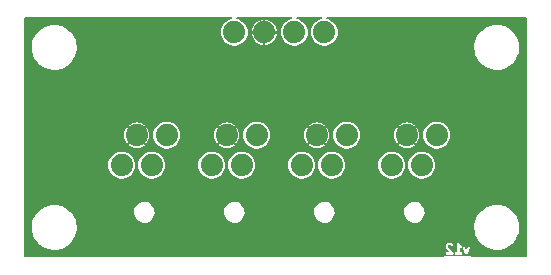
<source format=gbl>
%TF.GenerationSoftware,KiCad,Pcbnew,7.0.6*%
%TF.CreationDate,2023-12-29T14:00:24-07:00*%
%TF.ProjectId,SparkFun_RGB_CBI_Example,53706172-6b46-4756-9e5f-5247425f4342,rev?*%
%TF.SameCoordinates,Original*%
%TF.FileFunction,Copper,L2,Bot*%
%TF.FilePolarity,Positive*%
%FSLAX46Y46*%
G04 Gerber Fmt 4.6, Leading zero omitted, Abs format (unit mm)*
G04 Created by KiCad (PCBNEW 7.0.6) date 2023-12-29 14:00:24*
%MOMM*%
%LPD*%
G01*
G04 APERTURE LIST*
%ADD10C,0.200000*%
%TA.AperFunction,ComponentPad*%
%ADD11C,1.879600*%
%TD*%
G04 APERTURE END LIST*
D10*
G36*
X37846205Y116794D02*
G01*
X35555008Y116794D01*
X35555008Y902509D01*
X35669294Y902509D01*
X35674302Y887094D01*
X35674426Y870886D01*
X35712521Y756600D01*
X35726211Y738054D01*
X35736678Y717512D01*
X36023110Y431080D01*
X35769294Y431080D01*
X35710515Y411982D01*
X35674188Y361982D01*
X35674188Y300178D01*
X35710515Y250178D01*
X35769294Y231080D01*
X36264532Y231080D01*
X36286799Y238316D01*
X36309931Y241979D01*
X36315636Y247685D01*
X36323311Y250178D01*
X36337076Y269125D01*
X36353633Y285681D01*
X36354895Y293651D01*
X36359638Y300178D01*
X36436093Y300178D01*
X36472420Y250178D01*
X36531199Y231080D01*
X36988342Y231080D01*
X37047121Y250178D01*
X37083448Y300178D01*
X37083448Y361982D01*
X37047121Y411982D01*
X36988342Y431080D01*
X36859770Y431080D01*
X36859770Y858706D01*
X36867430Y851161D01*
X36943621Y813066D01*
X37004736Y803861D01*
X37059588Y832337D01*
X37087227Y887616D01*
X37086406Y892558D01*
X37159050Y892558D01*
X37160834Y830780D01*
X37351311Y297447D01*
X37368506Y275161D01*
X37384396Y251908D01*
X37387228Y250897D01*
X37389066Y248515D01*
X37416077Y240594D01*
X37442599Y231121D01*
X37445486Y231968D01*
X37448371Y231122D01*
X37474869Y240586D01*
X37501904Y248515D01*
X37503742Y250898D01*
X37506574Y251909D01*
X37522456Y275152D01*
X37539659Y297446D01*
X37730135Y830780D01*
X37731919Y892558D01*
X37697050Y943586D01*
X37638847Y964373D01*
X37579542Y946979D01*
X37541787Y898048D01*
X37445484Y628402D01*
X37349182Y898048D01*
X37311427Y946979D01*
X37252122Y964373D01*
X37193919Y943586D01*
X37159050Y892558D01*
X37086406Y892558D01*
X37077096Y948584D01*
X37033063Y991952D01*
X36971386Y1022791D01*
X36913675Y1080501D01*
X36842975Y1186551D01*
X36841322Y1187857D01*
X36840672Y1189859D01*
X36817223Y1206895D01*
X36794479Y1224864D01*
X36792374Y1224949D01*
X36790672Y1226186D01*
X36761693Y1226186D01*
X36732726Y1227354D01*
X36730974Y1226186D01*
X36728868Y1226186D01*
X36705415Y1209147D01*
X36681302Y1193071D01*
X36680571Y1191097D01*
X36678868Y1189859D01*
X36669913Y1162298D01*
X36659851Y1135110D01*
X36660420Y1133083D01*
X36659770Y1131080D01*
X36659770Y431080D01*
X36531199Y431080D01*
X36472420Y411982D01*
X36436093Y361982D01*
X36436093Y300178D01*
X36359638Y300178D01*
X36359638Y323592D01*
X36363302Y346723D01*
X36359638Y353914D01*
X36359638Y361982D01*
X36345874Y380927D01*
X36335243Y401791D01*
X35894791Y842243D01*
X35869294Y918736D01*
X35869294Y955093D01*
X35889574Y995654D01*
X35904719Y1010800D01*
X35945282Y1031080D01*
X36088544Y1031080D01*
X36129105Y1010800D01*
X36155727Y984179D01*
X36210795Y956121D01*
X36271837Y965790D01*
X36315539Y1009492D01*
X36325206Y1070535D01*
X36297147Y1125602D01*
X36259051Y1163697D01*
X36244608Y1171056D01*
X36233062Y1182428D01*
X36156872Y1220523D01*
X36134074Y1223957D01*
X36112151Y1231080D01*
X35921675Y1231080D01*
X35899751Y1223957D01*
X35876954Y1220523D01*
X35800763Y1182428D01*
X35789213Y1171054D01*
X35774773Y1163695D01*
X35736678Y1125601D01*
X35729319Y1111159D01*
X35717946Y1099611D01*
X35679851Y1023420D01*
X35676417Y1000623D01*
X35669294Y978699D01*
X35669294Y902509D01*
X35555008Y902509D01*
X35555008Y1345366D01*
X37846205Y1345366D01*
X37846205Y116794D01*
G37*
D11*
%TO.P,D4,1,DIN*%
%TO.N,Net-(D3-DOUT)*%
X12065000Y10350000D03*
%TO.P,D4,2,VDD*%
%TO.N,5V*%
X10795000Y7810000D03*
%TO.P,D4,3,VSS*%
%TO.N,GND*%
X9525000Y10350000D03*
%TO.P,D4,4,DOUT*%
%TO.N,DOUT*%
X8255000Y7810000D03*
%TD*%
%TO.P,D1,1,DIN*%
%TO.N,DIN*%
X34925000Y10350000D03*
%TO.P,D1,2,VDD*%
%TO.N,5V*%
X33655000Y7810000D03*
%TO.P,D1,3,VSS*%
%TO.N,GND*%
X32385000Y10350000D03*
%TO.P,D1,4,DOUT*%
%TO.N,Net-(D1-DOUT)*%
X31115000Y7810000D03*
%TD*%
%TO.P,D3,1,DIN*%
%TO.N,Net-(D2-DOUT)*%
X19685000Y10350000D03*
%TO.P,D3,2,VDD*%
%TO.N,5V*%
X18415000Y7810000D03*
%TO.P,D3,3,VSS*%
%TO.N,GND*%
X17145000Y10350000D03*
%TO.P,D3,4,DOUT*%
%TO.N,Net-(D3-DOUT)*%
X15875000Y7810000D03*
%TD*%
%TO.P,J1,4,Pin_4*%
%TO.N,DIN*%
X25400000Y19050000D03*
%TO.P,J1,3,Pin_3*%
%TO.N,5V*%
X22860000Y19050000D03*
%TO.P,J1,2,Pin_2*%
%TO.N,GND*%
X20320000Y19050000D03*
%TO.P,J1,1,Pin_1*%
%TO.N,DOUT*%
X17780000Y19050000D03*
%TD*%
%TO.P,D2,1,DIN*%
%TO.N,Net-(D1-DOUT)*%
X27305000Y10350000D03*
%TO.P,D2,2,VDD*%
%TO.N,5V*%
X26035000Y7810000D03*
%TO.P,D2,3,VSS*%
%TO.N,GND*%
X24765000Y10350000D03*
%TO.P,D2,4,DOUT*%
%TO.N,Net-(D2-DOUT)*%
X23495000Y7810000D03*
%TD*%
%TA.AperFunction,Conductor*%
%TO.N,GND*%
G36*
X17602296Y20301907D02*
G01*
X17628016Y20257358D01*
X17619083Y20206700D01*
X17579678Y20173635D01*
X17567779Y20170381D01*
X17504958Y20158638D01*
X17466604Y20151468D01*
X17269544Y20075127D01*
X17269543Y20075127D01*
X17089869Y19963876D01*
X16933697Y19821506D01*
X16933694Y19821503D01*
X16806341Y19652859D01*
X16712150Y19463697D01*
X16712144Y19463681D01*
X16654315Y19260436D01*
X16654314Y19260427D01*
X16634815Y19050003D01*
X16634815Y19049998D01*
X16639486Y18999592D01*
X16654193Y18840874D01*
X16654314Y18839574D01*
X16654315Y18839565D01*
X16712144Y18636320D01*
X16712150Y18636304D01*
X16806341Y18447142D01*
X16933694Y18278498D01*
X16933697Y18278495D01*
X17089869Y18136125D01*
X17089871Y18136124D01*
X17089872Y18136123D01*
X17105727Y18126306D01*
X17269543Y18024874D01*
X17269545Y18024874D01*
X17269547Y18024872D01*
X17466605Y17948532D01*
X17674336Y17909700D01*
X17674340Y17909700D01*
X17885660Y17909700D01*
X17885664Y17909700D01*
X18093395Y17948532D01*
X18290453Y18024872D01*
X18470128Y18136123D01*
X18626302Y18278494D01*
X18753656Y18447138D01*
X18847853Y18636311D01*
X18905686Y18839573D01*
X18915770Y18948400D01*
X19258045Y18948400D01*
X19268634Y18840874D01*
X19329637Y18639775D01*
X19428693Y18454455D01*
X19428701Y18454443D01*
X19562007Y18292008D01*
X19724442Y18158702D01*
X19724454Y18158694D01*
X19909774Y18059638D01*
X19909773Y18059638D01*
X20110873Y17998635D01*
X20218400Y17988046D01*
X20218400Y18551384D01*
X20283666Y18542000D01*
X20356334Y18542000D01*
X20421600Y18551384D01*
X20421600Y17988046D01*
X20529126Y17998635D01*
X20730225Y18059638D01*
X20915545Y18158694D01*
X20915557Y18158702D01*
X21077992Y18292008D01*
X21211298Y18454443D01*
X21211306Y18454455D01*
X21310362Y18639775D01*
X21371365Y18840874D01*
X21381955Y18948400D01*
X20819614Y18948400D01*
X20828000Y18976961D01*
X20828000Y19123039D01*
X20819614Y19151600D01*
X21381955Y19151600D01*
X21371365Y19259127D01*
X21310362Y19460226D01*
X21211306Y19645546D01*
X21211298Y19645558D01*
X21077992Y19807993D01*
X20915557Y19941299D01*
X20915545Y19941307D01*
X20730225Y20040363D01*
X20730226Y20040363D01*
X20529126Y20101366D01*
X20421600Y20111956D01*
X20421600Y19548617D01*
X20356334Y19558000D01*
X20283666Y19558000D01*
X20218400Y19548617D01*
X20218400Y20111956D01*
X20218399Y20111956D01*
X20110874Y20101366D01*
X20110872Y20101366D01*
X19909774Y20040363D01*
X19724454Y19941307D01*
X19724442Y19941299D01*
X19562007Y19807993D01*
X19428701Y19645558D01*
X19428693Y19645546D01*
X19329637Y19460226D01*
X19268634Y19259127D01*
X19258045Y19151600D01*
X19820386Y19151600D01*
X19812000Y19123039D01*
X19812000Y18976961D01*
X19820386Y18948400D01*
X19258045Y18948400D01*
X18915770Y18948400D01*
X18925185Y19050000D01*
X18905686Y19260427D01*
X18905684Y19260433D01*
X18905684Y19260436D01*
X18853843Y19442637D01*
X18847853Y19463689D01*
X18800892Y19558000D01*
X18753658Y19652859D01*
X18732029Y19681500D01*
X18636507Y19807993D01*
X18626305Y19821503D01*
X18626302Y19821506D01*
X18470130Y19963876D01*
X18290456Y20075127D01*
X18093395Y20151468D01*
X18093394Y20151468D01*
X17992223Y20170381D01*
X17947942Y20196556D01*
X17930846Y20245072D01*
X17948935Y20293226D01*
X17993745Y20318488D01*
X18006042Y20319500D01*
X22633958Y20319500D01*
X22682296Y20301907D01*
X22708016Y20257358D01*
X22699083Y20206700D01*
X22659678Y20173635D01*
X22647779Y20170381D01*
X22584958Y20158638D01*
X22546604Y20151468D01*
X22349544Y20075127D01*
X22349543Y20075127D01*
X22169869Y19963876D01*
X22013697Y19821506D01*
X22013694Y19821503D01*
X21886341Y19652859D01*
X21792150Y19463697D01*
X21792144Y19463681D01*
X21734315Y19260436D01*
X21734314Y19260427D01*
X21714815Y19050003D01*
X21714815Y19049998D01*
X21719486Y18999592D01*
X21734193Y18840874D01*
X21734314Y18839574D01*
X21734315Y18839565D01*
X21792144Y18636320D01*
X21792150Y18636304D01*
X21886341Y18447142D01*
X22013694Y18278498D01*
X22013697Y18278495D01*
X22169869Y18136125D01*
X22169871Y18136124D01*
X22169872Y18136123D01*
X22185727Y18126306D01*
X22349543Y18024874D01*
X22349545Y18024874D01*
X22349547Y18024872D01*
X22546605Y17948532D01*
X22754336Y17909700D01*
X22754340Y17909700D01*
X22965660Y17909700D01*
X22965664Y17909700D01*
X23173395Y17948532D01*
X23370453Y18024872D01*
X23550128Y18136123D01*
X23706302Y18278494D01*
X23833656Y18447138D01*
X23927853Y18636311D01*
X23985686Y18839573D01*
X24005185Y19050000D01*
X23985686Y19260427D01*
X23985684Y19260433D01*
X23985684Y19260436D01*
X23933843Y19442637D01*
X23927853Y19463689D01*
X23880892Y19558000D01*
X23833658Y19652859D01*
X23812029Y19681500D01*
X23716507Y19807993D01*
X23706305Y19821503D01*
X23706302Y19821506D01*
X23550130Y19963876D01*
X23370456Y20075127D01*
X23173395Y20151468D01*
X23173394Y20151468D01*
X23072223Y20170381D01*
X23027942Y20196556D01*
X23010846Y20245072D01*
X23028935Y20293226D01*
X23073745Y20318488D01*
X23086042Y20319500D01*
X25173958Y20319500D01*
X25222296Y20301907D01*
X25248016Y20257358D01*
X25239083Y20206700D01*
X25199678Y20173635D01*
X25187779Y20170381D01*
X25124958Y20158638D01*
X25086604Y20151468D01*
X24889544Y20075127D01*
X24889543Y20075127D01*
X24709869Y19963876D01*
X24553697Y19821506D01*
X24553694Y19821503D01*
X24426341Y19652859D01*
X24332150Y19463697D01*
X24332144Y19463681D01*
X24274315Y19260436D01*
X24274314Y19260427D01*
X24254815Y19050003D01*
X24254815Y19049998D01*
X24259486Y18999592D01*
X24274193Y18840874D01*
X24274314Y18839574D01*
X24274315Y18839565D01*
X24332144Y18636320D01*
X24332150Y18636304D01*
X24426341Y18447142D01*
X24553694Y18278498D01*
X24553697Y18278495D01*
X24709869Y18136125D01*
X24709871Y18136124D01*
X24709872Y18136123D01*
X24725727Y18126306D01*
X24889543Y18024874D01*
X24889545Y18024874D01*
X24889547Y18024872D01*
X25086605Y17948532D01*
X25294336Y17909700D01*
X25294340Y17909700D01*
X25505660Y17909700D01*
X25505664Y17909700D01*
X25713395Y17948532D01*
X25910453Y18024872D01*
X26090128Y18136123D01*
X26246302Y18278494D01*
X26373656Y18447138D01*
X26467853Y18636311D01*
X26525686Y18839573D01*
X26545185Y19050000D01*
X26525686Y19260427D01*
X26525684Y19260433D01*
X26525684Y19260436D01*
X26473843Y19442637D01*
X26467853Y19463689D01*
X26420892Y19558000D01*
X26373658Y19652859D01*
X26352029Y19681500D01*
X26256507Y19807993D01*
X26246305Y19821503D01*
X26246302Y19821506D01*
X26090130Y19963876D01*
X25910456Y20075127D01*
X25713395Y20151468D01*
X25713394Y20151468D01*
X25612223Y20170381D01*
X25567942Y20196556D01*
X25550846Y20245072D01*
X25568935Y20293226D01*
X25613745Y20318488D01*
X25626042Y20319500D01*
X42469300Y20319500D01*
X42517638Y20301907D01*
X42543358Y20257358D01*
X42544500Y20244300D01*
X42544500Y75700D01*
X42526907Y27362D01*
X42482358Y1642D01*
X42469300Y500D01*
X37901500Y500D01*
X37853162Y18093D01*
X37827442Y62642D01*
X37836375Y113300D01*
X37841143Y119514D01*
X37841143Y1339090D01*
X35561284Y1339090D01*
X35561284Y113471D01*
X35575841Y82254D01*
X35562527Y32567D01*
X35520390Y3062D01*
X35500927Y500D01*
X75700Y500D01*
X27362Y18093D01*
X1642Y62642D01*
X500Y75700D01*
X500Y2470368D01*
X634686Y2470368D01*
X665129Y2193691D01*
X735531Y1924401D01*
X844393Y1668227D01*
X844395Y1668224D01*
X989388Y1430643D01*
X989394Y1430634D01*
X1167438Y1216692D01*
X1167442Y1216688D01*
X1374745Y1030944D01*
X1606883Y877363D01*
X1858909Y759218D01*
X2125451Y679027D01*
X2400828Y638500D01*
X2400832Y638500D01*
X2609493Y638500D01*
X2817592Y653731D01*
X2817594Y653732D01*
X2817601Y653732D01*
X3089286Y714252D01*
X3349263Y813685D01*
X3591993Y949911D01*
X3812301Y1120028D01*
X4005492Y1320408D01*
X4167449Y1546782D01*
X4294719Y1794325D01*
X4384591Y2057761D01*
X4435148Y2331474D01*
X4440224Y2470368D01*
X38099686Y2470368D01*
X38130129Y2193691D01*
X38200531Y1924401D01*
X38309393Y1668227D01*
X38309395Y1668224D01*
X38454388Y1430643D01*
X38454394Y1430634D01*
X38632438Y1216692D01*
X38632442Y1216688D01*
X38839745Y1030944D01*
X39071883Y877363D01*
X39323909Y759218D01*
X39590451Y679027D01*
X39865828Y638500D01*
X39865832Y638500D01*
X40074493Y638500D01*
X40282592Y653731D01*
X40282594Y653732D01*
X40282601Y653732D01*
X40554286Y714252D01*
X40814263Y813685D01*
X41056993Y949911D01*
X41277301Y1120028D01*
X41470492Y1320408D01*
X41632449Y1546782D01*
X41759719Y1794325D01*
X41849591Y2057761D01*
X41900148Y2331474D01*
X41910314Y2609632D01*
X41879871Y2886306D01*
X41809469Y3155599D01*
X41700607Y3411772D01*
X41555607Y3649364D01*
X41555605Y3649367D01*
X41377561Y3863309D01*
X41377557Y3863313D01*
X41170257Y4049054D01*
X41170255Y4049056D01*
X41015496Y4151444D01*
X40938116Y4202638D01*
X40686089Y4320783D01*
X40534246Y4366466D01*
X40419549Y4400973D01*
X40247672Y4426268D01*
X40144173Y4441500D01*
X40144172Y4441500D01*
X39935511Y4441500D01*
X39935507Y4441500D01*
X39727407Y4426270D01*
X39455709Y4365747D01*
X39195739Y4266316D01*
X39195735Y4266314D01*
X38953010Y4130092D01*
X38732699Y3959973D01*
X38539512Y3759597D01*
X38539504Y3759587D01*
X38377553Y3533223D01*
X38250278Y3285670D01*
X38160410Y3022247D01*
X38160408Y3022237D01*
X38109852Y2748529D01*
X38099686Y2470372D01*
X38099686Y2470368D01*
X4440224Y2470368D01*
X4445314Y2609632D01*
X4414871Y2886306D01*
X4344469Y3155599D01*
X4235607Y3411772D01*
X4090607Y3649364D01*
X4090605Y3649367D01*
X3917244Y3857682D01*
X9280630Y3857682D01*
X9290939Y3667524D01*
X9341886Y3484034D01*
X9341888Y3484028D01*
X9431083Y3315788D01*
X9431087Y3315783D01*
X9554369Y3170643D01*
X9554371Y3170641D01*
X9574159Y3155599D01*
X9705971Y3055398D01*
X9878803Y2975438D01*
X10064784Y2934500D01*
X10064786Y2934500D01*
X10207463Y2934500D01*
X10207465Y2934500D01*
X10349316Y2949927D01*
X10529780Y3010733D01*
X10692954Y3108911D01*
X10831207Y3239871D01*
X10938075Y3397490D01*
X11008562Y3574398D01*
X11039370Y3762322D01*
X11034200Y3857682D01*
X16900630Y3857682D01*
X16910939Y3667524D01*
X16961886Y3484034D01*
X16961888Y3484028D01*
X17051083Y3315788D01*
X17051087Y3315783D01*
X17174369Y3170643D01*
X17174371Y3170641D01*
X17194159Y3155599D01*
X17325971Y3055398D01*
X17498803Y2975438D01*
X17684784Y2934500D01*
X17684786Y2934500D01*
X17827463Y2934500D01*
X17827465Y2934500D01*
X17969316Y2949927D01*
X18149780Y3010733D01*
X18312954Y3108911D01*
X18451207Y3239871D01*
X18558075Y3397490D01*
X18628562Y3574398D01*
X18659370Y3762322D01*
X18654200Y3857682D01*
X24520630Y3857682D01*
X24530939Y3667524D01*
X24581886Y3484034D01*
X24581888Y3484028D01*
X24671083Y3315788D01*
X24671087Y3315783D01*
X24794369Y3170643D01*
X24794371Y3170641D01*
X24814159Y3155599D01*
X24945971Y3055398D01*
X25118803Y2975438D01*
X25304784Y2934500D01*
X25304786Y2934500D01*
X25447463Y2934500D01*
X25447465Y2934500D01*
X25589316Y2949927D01*
X25769780Y3010733D01*
X25932954Y3108911D01*
X26071207Y3239871D01*
X26178075Y3397490D01*
X26248562Y3574398D01*
X26279370Y3762322D01*
X26274200Y3857682D01*
X32140630Y3857682D01*
X32150939Y3667524D01*
X32201886Y3484034D01*
X32201888Y3484028D01*
X32291083Y3315788D01*
X32291087Y3315783D01*
X32414369Y3170643D01*
X32414371Y3170641D01*
X32434159Y3155599D01*
X32565971Y3055398D01*
X32738803Y2975438D01*
X32924784Y2934500D01*
X32924786Y2934500D01*
X33067463Y2934500D01*
X33067465Y2934500D01*
X33209316Y2949927D01*
X33389780Y3010733D01*
X33552954Y3108911D01*
X33691207Y3239871D01*
X33798075Y3397490D01*
X33868562Y3574398D01*
X33899370Y3762322D01*
X33889061Y3952475D01*
X33838114Y4135967D01*
X33802768Y4202637D01*
X33748916Y4304213D01*
X33748912Y4304218D01*
X33696648Y4365748D01*
X33625631Y4449357D01*
X33625630Y4449358D01*
X33625628Y4449360D01*
X33474029Y4564602D01*
X33301199Y4644561D01*
X33301197Y4644562D01*
X33115216Y4685500D01*
X32972535Y4685500D01*
X32937918Y4681736D01*
X32830687Y4670074D01*
X32830684Y4670073D01*
X32650220Y4609268D01*
X32487047Y4511090D01*
X32487042Y4511086D01*
X32348792Y4380129D01*
X32348791Y4380127D01*
X32241927Y4222515D01*
X32241923Y4222506D01*
X32171437Y4045601D01*
X32140630Y3857684D01*
X32140630Y3857682D01*
X26274200Y3857682D01*
X26269061Y3952475D01*
X26218114Y4135967D01*
X26182768Y4202637D01*
X26128916Y4304213D01*
X26128912Y4304218D01*
X26076648Y4365748D01*
X26005631Y4449357D01*
X26005630Y4449358D01*
X26005628Y4449360D01*
X25854029Y4564602D01*
X25681199Y4644561D01*
X25681197Y4644562D01*
X25495216Y4685500D01*
X25352535Y4685500D01*
X25317918Y4681736D01*
X25210687Y4670074D01*
X25210684Y4670073D01*
X25030220Y4609268D01*
X24867047Y4511090D01*
X24867042Y4511086D01*
X24728792Y4380129D01*
X24728791Y4380127D01*
X24621927Y4222515D01*
X24621923Y4222506D01*
X24551437Y4045601D01*
X24520630Y3857684D01*
X24520630Y3857682D01*
X18654200Y3857682D01*
X18649061Y3952475D01*
X18598114Y4135967D01*
X18562768Y4202637D01*
X18508916Y4304213D01*
X18508912Y4304218D01*
X18456648Y4365748D01*
X18385631Y4449357D01*
X18385630Y4449358D01*
X18385628Y4449360D01*
X18234029Y4564602D01*
X18061199Y4644561D01*
X18061197Y4644562D01*
X17875216Y4685500D01*
X17732535Y4685500D01*
X17697918Y4681736D01*
X17590687Y4670074D01*
X17590684Y4670073D01*
X17410220Y4609268D01*
X17247047Y4511090D01*
X17247042Y4511086D01*
X17108792Y4380129D01*
X17108791Y4380127D01*
X17001927Y4222515D01*
X17001923Y4222506D01*
X16931437Y4045601D01*
X16900630Y3857684D01*
X16900630Y3857682D01*
X11034200Y3857682D01*
X11029061Y3952475D01*
X10978114Y4135967D01*
X10942768Y4202637D01*
X10888916Y4304213D01*
X10888912Y4304218D01*
X10836648Y4365748D01*
X10765631Y4449357D01*
X10765630Y4449358D01*
X10765628Y4449360D01*
X10614029Y4564602D01*
X10441199Y4644561D01*
X10441197Y4644562D01*
X10255216Y4685500D01*
X10112535Y4685500D01*
X10077918Y4681736D01*
X9970687Y4670074D01*
X9970684Y4670073D01*
X9790220Y4609268D01*
X9627047Y4511090D01*
X9627042Y4511086D01*
X9488792Y4380129D01*
X9488791Y4380127D01*
X9381927Y4222515D01*
X9381923Y4222506D01*
X9311437Y4045601D01*
X9280630Y3857684D01*
X9280630Y3857682D01*
X3917244Y3857682D01*
X3912561Y3863309D01*
X3912557Y3863313D01*
X3705257Y4049054D01*
X3705255Y4049056D01*
X3550496Y4151444D01*
X3473116Y4202638D01*
X3221089Y4320783D01*
X3069246Y4366466D01*
X2954549Y4400973D01*
X2782672Y4426268D01*
X2679173Y4441500D01*
X2679172Y4441500D01*
X2470511Y4441500D01*
X2470507Y4441500D01*
X2262407Y4426270D01*
X1990709Y4365747D01*
X1730739Y4266316D01*
X1730735Y4266314D01*
X1488010Y4130092D01*
X1267699Y3959973D01*
X1074512Y3759597D01*
X1074504Y3759587D01*
X912553Y3533223D01*
X785278Y3285670D01*
X695410Y3022247D01*
X695408Y3022237D01*
X644852Y2748529D01*
X634686Y2470372D01*
X634686Y2470368D01*
X500Y2470368D01*
X500Y7809998D01*
X7109815Y7809998D01*
X7129314Y7599574D01*
X7129315Y7599565D01*
X7187144Y7396320D01*
X7187150Y7396304D01*
X7281341Y7207142D01*
X7408694Y7038498D01*
X7408697Y7038495D01*
X7564869Y6896125D01*
X7744543Y6784874D01*
X7744545Y6784874D01*
X7744547Y6784872D01*
X7941605Y6708532D01*
X8149336Y6669700D01*
X8149340Y6669700D01*
X8360660Y6669700D01*
X8360664Y6669700D01*
X8568395Y6708532D01*
X8765453Y6784872D01*
X8945128Y6896123D01*
X9101302Y7038494D01*
X9228656Y7207138D01*
X9322853Y7396311D01*
X9380686Y7599573D01*
X9400185Y7809998D01*
X9649815Y7809998D01*
X9669314Y7599574D01*
X9669315Y7599565D01*
X9727144Y7396320D01*
X9727150Y7396304D01*
X9821341Y7207142D01*
X9948694Y7038498D01*
X9948697Y7038495D01*
X10104869Y6896125D01*
X10284543Y6784874D01*
X10284545Y6784874D01*
X10284547Y6784872D01*
X10481605Y6708532D01*
X10689336Y6669700D01*
X10689340Y6669700D01*
X10900660Y6669700D01*
X10900664Y6669700D01*
X11108395Y6708532D01*
X11305453Y6784872D01*
X11485128Y6896123D01*
X11641302Y7038494D01*
X11768656Y7207138D01*
X11862853Y7396311D01*
X11920686Y7599573D01*
X11940185Y7809998D01*
X14729815Y7809998D01*
X14749314Y7599574D01*
X14749315Y7599565D01*
X14807144Y7396320D01*
X14807150Y7396304D01*
X14901341Y7207142D01*
X15028694Y7038498D01*
X15028697Y7038495D01*
X15184869Y6896125D01*
X15364543Y6784874D01*
X15364545Y6784874D01*
X15364547Y6784872D01*
X15561605Y6708532D01*
X15769336Y6669700D01*
X15769340Y6669700D01*
X15980660Y6669700D01*
X15980664Y6669700D01*
X16188395Y6708532D01*
X16385453Y6784872D01*
X16565128Y6896123D01*
X16721302Y7038494D01*
X16848656Y7207138D01*
X16942853Y7396311D01*
X17000686Y7599573D01*
X17020185Y7809998D01*
X17269815Y7809998D01*
X17289314Y7599574D01*
X17289315Y7599565D01*
X17347144Y7396320D01*
X17347150Y7396304D01*
X17441341Y7207142D01*
X17568694Y7038498D01*
X17568697Y7038495D01*
X17724869Y6896125D01*
X17904543Y6784874D01*
X17904545Y6784874D01*
X17904547Y6784872D01*
X18101605Y6708532D01*
X18309336Y6669700D01*
X18309340Y6669700D01*
X18520660Y6669700D01*
X18520664Y6669700D01*
X18728395Y6708532D01*
X18925453Y6784872D01*
X19105128Y6896123D01*
X19261302Y7038494D01*
X19388656Y7207138D01*
X19482853Y7396311D01*
X19540686Y7599573D01*
X19560185Y7809998D01*
X22349815Y7809998D01*
X22369314Y7599574D01*
X22369315Y7599565D01*
X22427144Y7396320D01*
X22427150Y7396304D01*
X22521341Y7207142D01*
X22648694Y7038498D01*
X22648697Y7038495D01*
X22804869Y6896125D01*
X22984543Y6784874D01*
X22984545Y6784874D01*
X22984547Y6784872D01*
X23181605Y6708532D01*
X23389336Y6669700D01*
X23389340Y6669700D01*
X23600660Y6669700D01*
X23600664Y6669700D01*
X23808395Y6708532D01*
X24005453Y6784872D01*
X24185128Y6896123D01*
X24341302Y7038494D01*
X24468656Y7207138D01*
X24562853Y7396311D01*
X24620686Y7599573D01*
X24640185Y7809998D01*
X24889815Y7809998D01*
X24909314Y7599574D01*
X24909315Y7599565D01*
X24967144Y7396320D01*
X24967150Y7396304D01*
X25061341Y7207142D01*
X25188694Y7038498D01*
X25188697Y7038495D01*
X25344869Y6896125D01*
X25524543Y6784874D01*
X25524545Y6784874D01*
X25524547Y6784872D01*
X25721605Y6708532D01*
X25929336Y6669700D01*
X25929340Y6669700D01*
X26140660Y6669700D01*
X26140664Y6669700D01*
X26348395Y6708532D01*
X26545453Y6784872D01*
X26725128Y6896123D01*
X26881302Y7038494D01*
X27008656Y7207138D01*
X27102853Y7396311D01*
X27160686Y7599573D01*
X27180185Y7809998D01*
X29969815Y7809998D01*
X29989314Y7599574D01*
X29989315Y7599565D01*
X30047144Y7396320D01*
X30047150Y7396304D01*
X30141341Y7207142D01*
X30268694Y7038498D01*
X30268697Y7038495D01*
X30424869Y6896125D01*
X30604543Y6784874D01*
X30604545Y6784874D01*
X30604547Y6784872D01*
X30801605Y6708532D01*
X31009336Y6669700D01*
X31009340Y6669700D01*
X31220660Y6669700D01*
X31220664Y6669700D01*
X31428395Y6708532D01*
X31625453Y6784872D01*
X31805128Y6896123D01*
X31961302Y7038494D01*
X32088656Y7207138D01*
X32182853Y7396311D01*
X32240686Y7599573D01*
X32260185Y7809998D01*
X32509815Y7809998D01*
X32529314Y7599574D01*
X32529315Y7599565D01*
X32587144Y7396320D01*
X32587150Y7396304D01*
X32681341Y7207142D01*
X32808694Y7038498D01*
X32808697Y7038495D01*
X32964869Y6896125D01*
X33144543Y6784874D01*
X33144545Y6784874D01*
X33144547Y6784872D01*
X33341605Y6708532D01*
X33549336Y6669700D01*
X33549340Y6669700D01*
X33760660Y6669700D01*
X33760664Y6669700D01*
X33968395Y6708532D01*
X34165453Y6784872D01*
X34345128Y6896123D01*
X34501302Y7038494D01*
X34628656Y7207138D01*
X34722853Y7396311D01*
X34780686Y7599573D01*
X34800185Y7810000D01*
X34780686Y8020427D01*
X34780684Y8020433D01*
X34780684Y8020436D01*
X34722855Y8223681D01*
X34722853Y8223689D01*
X34719880Y8229659D01*
X34628658Y8412859D01*
X34501305Y8581503D01*
X34501302Y8581506D01*
X34345130Y8723876D01*
X34165456Y8835127D01*
X33968395Y8911468D01*
X33968394Y8911468D01*
X33760664Y8950300D01*
X33549336Y8950300D01*
X33383151Y8919235D01*
X33341604Y8911468D01*
X33144544Y8835127D01*
X33144543Y8835127D01*
X32964869Y8723876D01*
X32808697Y8581506D01*
X32808694Y8581503D01*
X32681341Y8412859D01*
X32587150Y8223697D01*
X32587144Y8223681D01*
X32529315Y8020436D01*
X32529314Y8020427D01*
X32509815Y7810003D01*
X32509815Y7809998D01*
X32260185Y7809998D01*
X32260185Y7810000D01*
X32240686Y8020427D01*
X32240684Y8020433D01*
X32240684Y8020436D01*
X32182855Y8223681D01*
X32182853Y8223689D01*
X32179880Y8229659D01*
X32088658Y8412859D01*
X31961305Y8581503D01*
X31961302Y8581506D01*
X31805130Y8723876D01*
X31625456Y8835127D01*
X31428395Y8911468D01*
X31428394Y8911468D01*
X31220664Y8950300D01*
X31009336Y8950300D01*
X30843151Y8919235D01*
X30801604Y8911468D01*
X30604544Y8835127D01*
X30604543Y8835127D01*
X30424869Y8723876D01*
X30268697Y8581506D01*
X30268694Y8581503D01*
X30141341Y8412859D01*
X30047150Y8223697D01*
X30047144Y8223681D01*
X29989315Y8020436D01*
X29989314Y8020427D01*
X29969815Y7810003D01*
X29969815Y7809998D01*
X27180185Y7809998D01*
X27180185Y7810000D01*
X27160686Y8020427D01*
X27160684Y8020433D01*
X27160684Y8020436D01*
X27102855Y8223681D01*
X27102853Y8223689D01*
X27099880Y8229659D01*
X27008658Y8412859D01*
X26881305Y8581503D01*
X26881302Y8581506D01*
X26725130Y8723876D01*
X26545456Y8835127D01*
X26348395Y8911468D01*
X26348394Y8911468D01*
X26140664Y8950300D01*
X25929336Y8950300D01*
X25763151Y8919235D01*
X25721604Y8911468D01*
X25524544Y8835127D01*
X25524543Y8835127D01*
X25344869Y8723876D01*
X25188697Y8581506D01*
X25188694Y8581503D01*
X25061341Y8412859D01*
X24967150Y8223697D01*
X24967144Y8223681D01*
X24909315Y8020436D01*
X24909314Y8020427D01*
X24889815Y7810003D01*
X24889815Y7809998D01*
X24640185Y7809998D01*
X24640185Y7810000D01*
X24620686Y8020427D01*
X24620684Y8020433D01*
X24620684Y8020436D01*
X24562855Y8223681D01*
X24562853Y8223689D01*
X24559880Y8229659D01*
X24468658Y8412859D01*
X24341305Y8581503D01*
X24341302Y8581506D01*
X24185130Y8723876D01*
X24005456Y8835127D01*
X23808395Y8911468D01*
X23808394Y8911468D01*
X23600664Y8950300D01*
X23389336Y8950300D01*
X23223151Y8919235D01*
X23181604Y8911468D01*
X22984544Y8835127D01*
X22984543Y8835127D01*
X22804869Y8723876D01*
X22648697Y8581506D01*
X22648694Y8581503D01*
X22521341Y8412859D01*
X22427150Y8223697D01*
X22427144Y8223681D01*
X22369315Y8020436D01*
X22369314Y8020427D01*
X22349815Y7810003D01*
X22349815Y7809998D01*
X19560185Y7809998D01*
X19560185Y7810000D01*
X19540686Y8020427D01*
X19540684Y8020433D01*
X19540684Y8020436D01*
X19482855Y8223681D01*
X19482853Y8223689D01*
X19479880Y8229659D01*
X19388658Y8412859D01*
X19261305Y8581503D01*
X19261302Y8581506D01*
X19105130Y8723876D01*
X18925456Y8835127D01*
X18728395Y8911468D01*
X18728394Y8911468D01*
X18520664Y8950300D01*
X18309336Y8950300D01*
X18143151Y8919235D01*
X18101604Y8911468D01*
X17904544Y8835127D01*
X17904543Y8835127D01*
X17724869Y8723876D01*
X17568697Y8581506D01*
X17568694Y8581503D01*
X17441341Y8412859D01*
X17347150Y8223697D01*
X17347144Y8223681D01*
X17289315Y8020436D01*
X17289314Y8020427D01*
X17269815Y7810003D01*
X17269815Y7809998D01*
X17020185Y7809998D01*
X17020185Y7810000D01*
X17000686Y8020427D01*
X17000684Y8020433D01*
X17000684Y8020436D01*
X16942855Y8223681D01*
X16942853Y8223689D01*
X16939880Y8229659D01*
X16848658Y8412859D01*
X16721305Y8581503D01*
X16721302Y8581506D01*
X16565130Y8723876D01*
X16385456Y8835127D01*
X16188395Y8911468D01*
X16188394Y8911468D01*
X15980664Y8950300D01*
X15769336Y8950300D01*
X15603151Y8919235D01*
X15561604Y8911468D01*
X15364544Y8835127D01*
X15364543Y8835127D01*
X15184869Y8723876D01*
X15028697Y8581506D01*
X15028694Y8581503D01*
X14901341Y8412859D01*
X14807150Y8223697D01*
X14807144Y8223681D01*
X14749315Y8020436D01*
X14749314Y8020427D01*
X14729815Y7810003D01*
X14729815Y7809998D01*
X11940185Y7809998D01*
X11940185Y7810000D01*
X11920686Y8020427D01*
X11920684Y8020433D01*
X11920684Y8020436D01*
X11862855Y8223681D01*
X11862853Y8223689D01*
X11859880Y8229659D01*
X11768658Y8412859D01*
X11641305Y8581503D01*
X11641302Y8581506D01*
X11485130Y8723876D01*
X11305456Y8835127D01*
X11108395Y8911468D01*
X11108394Y8911468D01*
X10900664Y8950300D01*
X10689336Y8950300D01*
X10523151Y8919235D01*
X10481604Y8911468D01*
X10284544Y8835127D01*
X10284543Y8835127D01*
X10104869Y8723876D01*
X9948697Y8581506D01*
X9948694Y8581503D01*
X9821341Y8412859D01*
X9727150Y8223697D01*
X9727144Y8223681D01*
X9669315Y8020436D01*
X9669314Y8020427D01*
X9649815Y7810003D01*
X9649815Y7809998D01*
X9400185Y7809998D01*
X9400185Y7810000D01*
X9380686Y8020427D01*
X9380684Y8020433D01*
X9380684Y8020436D01*
X9322855Y8223681D01*
X9322853Y8223689D01*
X9319880Y8229659D01*
X9228658Y8412859D01*
X9101305Y8581503D01*
X9101302Y8581506D01*
X8945130Y8723876D01*
X8765456Y8835127D01*
X8568395Y8911468D01*
X8568394Y8911468D01*
X8360664Y8950300D01*
X8149336Y8950300D01*
X7983151Y8919235D01*
X7941604Y8911468D01*
X7744544Y8835127D01*
X7744543Y8835127D01*
X7564869Y8723876D01*
X7408697Y8581506D01*
X7408694Y8581503D01*
X7281341Y8412859D01*
X7187150Y8223697D01*
X7187144Y8223681D01*
X7129315Y8020436D01*
X7129314Y8020427D01*
X7109815Y7810003D01*
X7109815Y7809998D01*
X500Y7809998D01*
X500Y10350001D01*
X8453038Y10350001D01*
X8473634Y10140873D01*
X8534637Y9939775D01*
X8633693Y9754455D01*
X8633697Y9754449D01*
X8702242Y9670927D01*
X9174343Y10143029D01*
X9192117Y10108146D01*
X9283146Y10017117D01*
X9318026Y9999345D01*
X8845925Y9527244D01*
X8929448Y9458698D01*
X8929454Y9458694D01*
X9114774Y9359638D01*
X9114773Y9359638D01*
X9315873Y9298635D01*
X9315872Y9298635D01*
X9524999Y9278039D01*
X9734127Y9298635D01*
X9935225Y9359638D01*
X10120545Y9458694D01*
X10120551Y9458698D01*
X10204073Y9527244D01*
X9731972Y9999345D01*
X9766854Y10017117D01*
X9857883Y10108146D01*
X9875655Y10143028D01*
X10347756Y9670927D01*
X10416302Y9754449D01*
X10416306Y9754455D01*
X10515362Y9939775D01*
X10576365Y10140873D01*
X10596961Y10349998D01*
X10919815Y10349998D01*
X10939314Y10139574D01*
X10939315Y10139565D01*
X10997144Y9936320D01*
X10997150Y9936304D01*
X11091341Y9747142D01*
X11218694Y9578498D01*
X11218697Y9578495D01*
X11374869Y9436125D01*
X11554543Y9324874D01*
X11554545Y9324874D01*
X11554547Y9324872D01*
X11751605Y9248532D01*
X11959336Y9209700D01*
X11959340Y9209700D01*
X12170660Y9209700D01*
X12170664Y9209700D01*
X12378395Y9248532D01*
X12575453Y9324872D01*
X12755128Y9436123D01*
X12911302Y9578494D01*
X13038656Y9747138D01*
X13132853Y9936311D01*
X13190686Y10139573D01*
X13210185Y10350000D01*
X13210185Y10350001D01*
X16073038Y10350001D01*
X16093634Y10140873D01*
X16154637Y9939775D01*
X16253693Y9754455D01*
X16253697Y9754449D01*
X16322242Y9670927D01*
X16794343Y10143029D01*
X16812117Y10108146D01*
X16903146Y10017117D01*
X16938026Y9999345D01*
X16465925Y9527244D01*
X16549448Y9458698D01*
X16549454Y9458694D01*
X16734774Y9359638D01*
X16734773Y9359638D01*
X16935873Y9298635D01*
X16935872Y9298635D01*
X17145000Y9278039D01*
X17354127Y9298635D01*
X17555225Y9359638D01*
X17740545Y9458694D01*
X17740551Y9458698D01*
X17824073Y9527244D01*
X17351972Y9999345D01*
X17386854Y10017117D01*
X17477883Y10108146D01*
X17495655Y10143028D01*
X17967756Y9670927D01*
X18036302Y9754449D01*
X18036306Y9754455D01*
X18135362Y9939775D01*
X18196365Y10140873D01*
X18216961Y10349998D01*
X18539815Y10349998D01*
X18559314Y10139574D01*
X18559315Y10139565D01*
X18617144Y9936320D01*
X18617150Y9936304D01*
X18711341Y9747142D01*
X18838694Y9578498D01*
X18838697Y9578495D01*
X18994869Y9436125D01*
X19174543Y9324874D01*
X19174545Y9324874D01*
X19174547Y9324872D01*
X19371605Y9248532D01*
X19579336Y9209700D01*
X19579340Y9209700D01*
X19790660Y9209700D01*
X19790664Y9209700D01*
X19998395Y9248532D01*
X20195453Y9324872D01*
X20375128Y9436123D01*
X20531302Y9578494D01*
X20658656Y9747138D01*
X20752853Y9936311D01*
X20810686Y10139573D01*
X20830185Y10350000D01*
X20830185Y10350001D01*
X23693038Y10350001D01*
X23713634Y10140873D01*
X23774637Y9939775D01*
X23873693Y9754455D01*
X23873697Y9754449D01*
X23942242Y9670927D01*
X24414343Y10143029D01*
X24432117Y10108146D01*
X24523146Y10017117D01*
X24558026Y9999345D01*
X24085925Y9527244D01*
X24169448Y9458698D01*
X24169454Y9458694D01*
X24354774Y9359638D01*
X24354773Y9359638D01*
X24555873Y9298635D01*
X24555872Y9298635D01*
X24765000Y9278039D01*
X24974127Y9298635D01*
X25175225Y9359638D01*
X25360545Y9458694D01*
X25360551Y9458698D01*
X25444073Y9527244D01*
X24971972Y9999345D01*
X25006854Y10017117D01*
X25097883Y10108146D01*
X25115655Y10143028D01*
X25587756Y9670927D01*
X25656302Y9754449D01*
X25656306Y9754455D01*
X25755362Y9939775D01*
X25816365Y10140873D01*
X25836961Y10349998D01*
X26159815Y10349998D01*
X26179314Y10139574D01*
X26179315Y10139565D01*
X26237144Y9936320D01*
X26237150Y9936304D01*
X26331341Y9747142D01*
X26458694Y9578498D01*
X26458697Y9578495D01*
X26614869Y9436125D01*
X26794543Y9324874D01*
X26794545Y9324874D01*
X26794547Y9324872D01*
X26991605Y9248532D01*
X27199336Y9209700D01*
X27199340Y9209700D01*
X27410660Y9209700D01*
X27410664Y9209700D01*
X27618395Y9248532D01*
X27815453Y9324872D01*
X27995128Y9436123D01*
X28151302Y9578494D01*
X28278656Y9747138D01*
X28372853Y9936311D01*
X28430686Y10139573D01*
X28450185Y10350000D01*
X31313038Y10350000D01*
X31333634Y10140873D01*
X31394637Y9939775D01*
X31493693Y9754455D01*
X31493697Y9754449D01*
X31562242Y9670927D01*
X32034343Y10143029D01*
X32052117Y10108146D01*
X32143146Y10017117D01*
X32178026Y9999345D01*
X31705925Y9527244D01*
X31789448Y9458698D01*
X31789454Y9458694D01*
X31974774Y9359638D01*
X31974773Y9359638D01*
X32175873Y9298635D01*
X32175872Y9298635D01*
X32384999Y9278039D01*
X32594127Y9298635D01*
X32795225Y9359638D01*
X32980545Y9458694D01*
X32980551Y9458698D01*
X33064073Y9527244D01*
X32591972Y9999345D01*
X32626854Y10017117D01*
X32717883Y10108146D01*
X32735655Y10143028D01*
X33207756Y9670927D01*
X33276302Y9754449D01*
X33276306Y9754455D01*
X33375362Y9939775D01*
X33436365Y10140873D01*
X33456961Y10349998D01*
X33779815Y10349998D01*
X33799314Y10139574D01*
X33799315Y10139565D01*
X33857144Y9936320D01*
X33857150Y9936304D01*
X33951341Y9747142D01*
X34078694Y9578498D01*
X34078697Y9578495D01*
X34234869Y9436125D01*
X34414543Y9324874D01*
X34414545Y9324874D01*
X34414547Y9324872D01*
X34611605Y9248532D01*
X34819336Y9209700D01*
X34819340Y9209700D01*
X35030660Y9209700D01*
X35030664Y9209700D01*
X35238395Y9248532D01*
X35435453Y9324872D01*
X35615128Y9436123D01*
X35771302Y9578494D01*
X35898656Y9747138D01*
X35992853Y9936311D01*
X36050686Y10139573D01*
X36070185Y10350000D01*
X36050686Y10560427D01*
X36050684Y10560433D01*
X36050684Y10560436D01*
X36011939Y10696607D01*
X35992853Y10763689D01*
X35989880Y10769659D01*
X35898658Y10952859D01*
X35771305Y11121503D01*
X35771302Y11121506D01*
X35615130Y11263876D01*
X35435456Y11375127D01*
X35238395Y11451468D01*
X35030664Y11490300D01*
X34819336Y11490300D01*
X34653151Y11459235D01*
X34611604Y11451468D01*
X34414544Y11375127D01*
X34414543Y11375127D01*
X34234869Y11263876D01*
X34078697Y11121506D01*
X34078694Y11121503D01*
X33951341Y10952859D01*
X33857150Y10763697D01*
X33857144Y10763681D01*
X33799315Y10560436D01*
X33799314Y10560427D01*
X33779815Y10350003D01*
X33779815Y10349998D01*
X33456961Y10349998D01*
X33456961Y10350000D01*
X33436365Y10559128D01*
X33375362Y10760226D01*
X33276306Y10945546D01*
X33276302Y10945552D01*
X33207756Y11029075D01*
X32735655Y10556974D01*
X32717883Y10591854D01*
X32626854Y10682883D01*
X32591972Y10700656D01*
X33064073Y11172758D01*
X32980551Y11241303D01*
X32980545Y11241307D01*
X32795225Y11340363D01*
X32795226Y11340363D01*
X32594126Y11401366D01*
X32594127Y11401366D01*
X32384999Y11421962D01*
X32175872Y11401366D01*
X31974774Y11340363D01*
X31789459Y11241310D01*
X31789449Y11241304D01*
X31705925Y11172758D01*
X32178027Y10700656D01*
X32143146Y10682883D01*
X32052117Y10591854D01*
X32034344Y10556974D01*
X31562242Y11029075D01*
X31493696Y10945551D01*
X31493690Y10945541D01*
X31394637Y10760226D01*
X31333634Y10559128D01*
X31313038Y10350000D01*
X28450185Y10350000D01*
X28430686Y10560427D01*
X28430684Y10560433D01*
X28430684Y10560436D01*
X28391939Y10696607D01*
X28372853Y10763689D01*
X28369880Y10769659D01*
X28278658Y10952859D01*
X28151305Y11121503D01*
X28151302Y11121506D01*
X27995130Y11263876D01*
X27815456Y11375127D01*
X27618395Y11451468D01*
X27410664Y11490300D01*
X27199336Y11490300D01*
X27033151Y11459235D01*
X26991604Y11451468D01*
X26794544Y11375127D01*
X26794543Y11375127D01*
X26614869Y11263876D01*
X26458697Y11121506D01*
X26458694Y11121503D01*
X26331341Y10952859D01*
X26237150Y10763697D01*
X26237144Y10763681D01*
X26179315Y10560436D01*
X26179314Y10560427D01*
X26159815Y10350003D01*
X26159815Y10349998D01*
X25836961Y10349998D01*
X25836961Y10350001D01*
X25816365Y10559128D01*
X25755362Y10760226D01*
X25656306Y10945546D01*
X25656302Y10945552D01*
X25587756Y11029075D01*
X25115655Y10556974D01*
X25097883Y10591854D01*
X25006854Y10682883D01*
X24971972Y10700656D01*
X25444073Y11172758D01*
X25360551Y11241303D01*
X25360545Y11241307D01*
X25175225Y11340363D01*
X25175226Y11340363D01*
X24974126Y11401366D01*
X24974127Y11401366D01*
X24764999Y11421962D01*
X24555872Y11401366D01*
X24354774Y11340363D01*
X24169459Y11241310D01*
X24169449Y11241304D01*
X24085925Y11172758D01*
X24558027Y10700656D01*
X24523146Y10682883D01*
X24432117Y10591854D01*
X24414344Y10556973D01*
X23942242Y11029075D01*
X23873696Y10945551D01*
X23873690Y10945541D01*
X23774637Y10760226D01*
X23713634Y10559128D01*
X23693038Y10350001D01*
X20830185Y10350001D01*
X20810686Y10560427D01*
X20810684Y10560433D01*
X20810684Y10560436D01*
X20771939Y10696607D01*
X20752853Y10763689D01*
X20749880Y10769659D01*
X20658658Y10952859D01*
X20531305Y11121503D01*
X20531302Y11121506D01*
X20375130Y11263876D01*
X20195456Y11375127D01*
X19998395Y11451468D01*
X19790664Y11490300D01*
X19579336Y11490300D01*
X19413151Y11459235D01*
X19371604Y11451468D01*
X19174544Y11375127D01*
X19174543Y11375127D01*
X18994869Y11263876D01*
X18838697Y11121506D01*
X18838694Y11121503D01*
X18711341Y10952859D01*
X18617150Y10763697D01*
X18617144Y10763681D01*
X18559315Y10560436D01*
X18559314Y10560427D01*
X18539815Y10350003D01*
X18539815Y10349998D01*
X18216961Y10349998D01*
X18216961Y10350001D01*
X18196365Y10559128D01*
X18135362Y10760226D01*
X18036306Y10945546D01*
X18036302Y10945552D01*
X17967756Y11029075D01*
X17495655Y10556974D01*
X17477883Y10591854D01*
X17386854Y10682883D01*
X17351972Y10700656D01*
X17824073Y11172758D01*
X17740551Y11241303D01*
X17740545Y11241307D01*
X17555225Y11340363D01*
X17555226Y11340363D01*
X17354126Y11401366D01*
X17354127Y11401366D01*
X17145000Y11421962D01*
X16935872Y11401366D01*
X16734774Y11340363D01*
X16549459Y11241310D01*
X16549449Y11241304D01*
X16465925Y11172758D01*
X16938027Y10700656D01*
X16903146Y10682883D01*
X16812117Y10591854D01*
X16794344Y10556973D01*
X16322242Y11029075D01*
X16253696Y10945551D01*
X16253690Y10945541D01*
X16154637Y10760226D01*
X16093634Y10559128D01*
X16073038Y10350001D01*
X13210185Y10350001D01*
X13190686Y10560427D01*
X13190684Y10560433D01*
X13190684Y10560436D01*
X13151939Y10696607D01*
X13132853Y10763689D01*
X13129880Y10769659D01*
X13038658Y10952859D01*
X12911305Y11121503D01*
X12911302Y11121506D01*
X12755130Y11263876D01*
X12575456Y11375127D01*
X12378395Y11451468D01*
X12170664Y11490300D01*
X11959336Y11490300D01*
X11793151Y11459235D01*
X11751604Y11451468D01*
X11554544Y11375127D01*
X11554543Y11375127D01*
X11374869Y11263876D01*
X11218697Y11121506D01*
X11218694Y11121503D01*
X11091341Y10952859D01*
X10997150Y10763697D01*
X10997144Y10763681D01*
X10939315Y10560436D01*
X10939314Y10560427D01*
X10919815Y10350003D01*
X10919815Y10349998D01*
X10596961Y10349998D01*
X10596961Y10350000D01*
X10576365Y10559128D01*
X10515362Y10760226D01*
X10416306Y10945546D01*
X10416302Y10945552D01*
X10347756Y11029075D01*
X9875655Y10556974D01*
X9857883Y10591854D01*
X9766854Y10682883D01*
X9731972Y10700656D01*
X10204073Y11172758D01*
X10120551Y11241303D01*
X10120545Y11241307D01*
X9935225Y11340363D01*
X9935226Y11340363D01*
X9734126Y11401366D01*
X9734127Y11401366D01*
X9525000Y11421962D01*
X9315872Y11401366D01*
X9114774Y11340363D01*
X8929459Y11241310D01*
X8929449Y11241304D01*
X8845925Y11172758D01*
X9318027Y10700656D01*
X9283146Y10682883D01*
X9192117Y10591854D01*
X9174344Y10556974D01*
X8702242Y11029075D01*
X8633696Y10945551D01*
X8633690Y10945541D01*
X8534637Y10760226D01*
X8473634Y10559128D01*
X8453038Y10350001D01*
X500Y10350001D01*
X500Y17710368D01*
X634686Y17710368D01*
X665129Y17433691D01*
X735531Y17164401D01*
X844393Y16908227D01*
X844395Y16908224D01*
X989388Y16670643D01*
X989394Y16670634D01*
X1167438Y16456692D01*
X1167442Y16456688D01*
X1374745Y16270944D01*
X1606883Y16117363D01*
X1858909Y15999218D01*
X2125451Y15919027D01*
X2400828Y15878500D01*
X2400832Y15878500D01*
X2609493Y15878500D01*
X2817592Y15893731D01*
X2817594Y15893732D01*
X2817601Y15893732D01*
X3089286Y15954252D01*
X3349263Y16053685D01*
X3591993Y16189911D01*
X3812301Y16360028D01*
X4005492Y16560408D01*
X4167449Y16786782D01*
X4294719Y17034325D01*
X4384591Y17297761D01*
X4435148Y17571474D01*
X4440224Y17710368D01*
X38099686Y17710368D01*
X38130129Y17433691D01*
X38200531Y17164401D01*
X38309393Y16908227D01*
X38309395Y16908224D01*
X38454388Y16670643D01*
X38454394Y16670634D01*
X38632438Y16456692D01*
X38632442Y16456688D01*
X38839745Y16270944D01*
X39071883Y16117363D01*
X39323909Y15999218D01*
X39590451Y15919027D01*
X39865828Y15878500D01*
X39865832Y15878500D01*
X40074493Y15878500D01*
X40282592Y15893731D01*
X40282594Y15893732D01*
X40282601Y15893732D01*
X40554286Y15954252D01*
X40814263Y16053685D01*
X41056993Y16189911D01*
X41277301Y16360028D01*
X41470492Y16560408D01*
X41632449Y16786782D01*
X41759719Y17034325D01*
X41849591Y17297761D01*
X41900148Y17571474D01*
X41910314Y17849632D01*
X41879871Y18126306D01*
X41809469Y18395599D01*
X41700607Y18651772D01*
X41585994Y18839573D01*
X41555611Y18889358D01*
X41555605Y18889367D01*
X41377561Y19103309D01*
X41377557Y19103313D01*
X41170257Y19289054D01*
X41170255Y19289056D01*
X41015496Y19391444D01*
X40938116Y19442638D01*
X40686089Y19560783D01*
X40534246Y19606466D01*
X40419549Y19640973D01*
X40247672Y19666268D01*
X40144173Y19681500D01*
X40144172Y19681500D01*
X39935511Y19681500D01*
X39935507Y19681500D01*
X39727407Y19666270D01*
X39455709Y19605747D01*
X39195739Y19506316D01*
X39195735Y19506314D01*
X38953010Y19370092D01*
X38732699Y19199973D01*
X38539512Y18999597D01*
X38539504Y18999587D01*
X38377553Y18773223D01*
X38250278Y18525670D01*
X38160410Y18262247D01*
X38160408Y18262237D01*
X38109852Y17988529D01*
X38099686Y17710372D01*
X38099686Y17710368D01*
X4440224Y17710368D01*
X4445314Y17849632D01*
X4414871Y18126306D01*
X4344469Y18395599D01*
X4235607Y18651772D01*
X4120994Y18839573D01*
X4090611Y18889358D01*
X4090605Y18889367D01*
X3912561Y19103309D01*
X3912557Y19103313D01*
X3705257Y19289054D01*
X3705255Y19289056D01*
X3550496Y19391444D01*
X3473116Y19442638D01*
X3221089Y19560783D01*
X3069246Y19606466D01*
X2954549Y19640973D01*
X2782672Y19666268D01*
X2679173Y19681500D01*
X2679172Y19681500D01*
X2470511Y19681500D01*
X2470507Y19681500D01*
X2262407Y19666270D01*
X1990709Y19605747D01*
X1730739Y19506316D01*
X1730735Y19506314D01*
X1488010Y19370092D01*
X1267699Y19199973D01*
X1074512Y18999597D01*
X1074504Y18999587D01*
X912553Y18773223D01*
X785278Y18525670D01*
X695410Y18262247D01*
X695408Y18262237D01*
X644852Y17988529D01*
X634686Y17710372D01*
X634686Y17710368D01*
X500Y17710368D01*
X500Y20244300D01*
X18093Y20292638D01*
X62642Y20318358D01*
X75700Y20319500D01*
X17553958Y20319500D01*
X17602296Y20301907D01*
G37*
%TD.AperFunction*%
%TD*%
M02*

</source>
